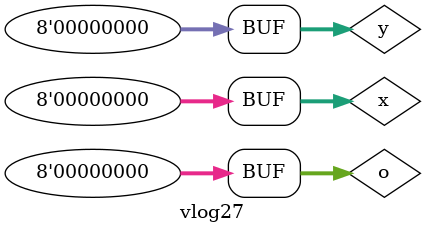
<source format=v>
module vlog27;
  wire [7:0] o;
  reg [7:0]  x, y;

  assign o = x + y;

  initial begin
    #0;
    x = 0;
    y = 0;
    #1;
    x = 1;
    x = 0;
  end

  always @(o) $display("%t | o ==> %d", $time, o);

endmodule // vlog27

</source>
